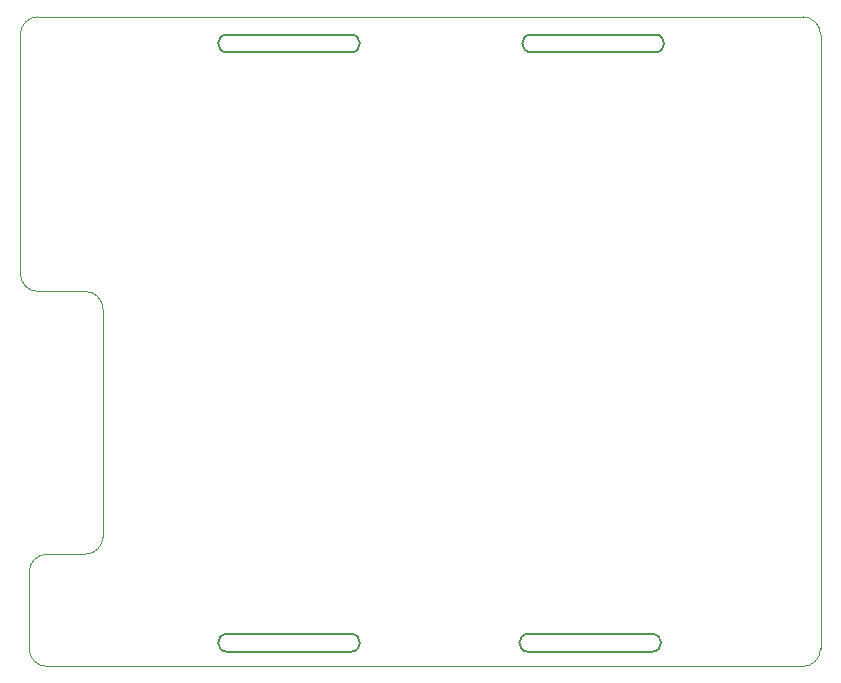
<source format=gbr>
%TF.GenerationSoftware,KiCad,Pcbnew,(5.1.0-0)*%
%TF.CreationDate,2019-05-08T03:50:09+02:00*%
%TF.ProjectId,VFD_Watch,5646445f-5761-4746-9368-2e6b69636164,rev?*%
%TF.SameCoordinates,Original*%
%TF.FileFunction,Profile,NP*%
%FSLAX46Y46*%
G04 Gerber Fmt 4.6, Leading zero omitted, Abs format (unit mm)*
G04 Created by KiCad (PCBNEW (5.1.0-0)) date 2019-05-08 03:50:09*
%MOMM*%
%LPD*%
G04 APERTURE LIST*
%ADD10C,0.050000*%
%ADD11C,0.150000*%
G04 APERTURE END LIST*
D10*
X93750000Y-117000000D02*
G75*
G02X92250000Y-118500000I-1500000J0D01*
G01*
X92250000Y-96250000D02*
G75*
G02X93750000Y-97750000I0J-1500000D01*
G01*
X88250000Y-96250000D02*
G75*
G02X86750000Y-94750000I0J1500000D01*
G01*
X87500000Y-120000000D02*
G75*
G02X89000000Y-118500000I1500000J0D01*
G01*
X89000000Y-128000000D02*
G75*
G02X87500000Y-126500000I0J1500000D01*
G01*
X154500000Y-126500000D02*
G75*
G02X153000000Y-128000000I-1500000J0D01*
G01*
X153000000Y-73000000D02*
G75*
G02X154500000Y-74500000I0J-1500000D01*
G01*
X86750000Y-74500000D02*
G75*
G02X88250000Y-73000000I1500000J0D01*
G01*
X87500000Y-120000000D02*
X87500000Y-126500000D01*
X92250000Y-118500000D02*
X89000000Y-118500000D01*
X93750000Y-97750000D02*
X93750000Y-117000000D01*
X88250000Y-96250000D02*
X92250000Y-96250000D01*
X86750000Y-76750000D02*
X86750000Y-94750000D01*
X86750000Y-74500000D02*
X86750000Y-76750000D01*
X153000000Y-73000000D02*
X88250000Y-73000000D01*
X154500000Y-74500000D02*
X154500000Y-126500000D01*
X89000000Y-128000000D02*
X153000000Y-128000000D01*
D11*
X140500000Y-76000000D02*
X130000000Y-76000000D01*
X130000000Y-74500000D02*
X140500000Y-74500000D01*
X140500000Y-74500000D02*
G75*
G02X140500000Y-76000000I0J-750000D01*
G01*
X130000000Y-76000000D02*
G75*
G02X130000000Y-74500000I0J750000D01*
G01*
X114750000Y-76000000D02*
X104250000Y-76000000D01*
X104250000Y-74500000D02*
X114750000Y-74500000D01*
X114750000Y-74500000D02*
G75*
G02X114750000Y-76000000I0J-750000D01*
G01*
X104250000Y-76000000D02*
G75*
G02X104250000Y-74500000I0J750000D01*
G01*
X140250000Y-126750000D02*
X129750000Y-126750000D01*
X129750000Y-125250000D02*
X140250000Y-125250000D01*
X140250000Y-125250000D02*
G75*
G02X140250000Y-126750000I0J-750000D01*
G01*
X129750000Y-126750000D02*
G75*
G02X129750000Y-125250000I0J750000D01*
G01*
X114750000Y-126750000D02*
X104250000Y-126750000D01*
X104250000Y-125250000D02*
X114750000Y-125250000D01*
X114750000Y-125250000D02*
G75*
G02X114750000Y-126750000I0J-750000D01*
G01*
X104250000Y-126750000D02*
G75*
G02X104250000Y-125250000I0J750000D01*
G01*
M02*

</source>
